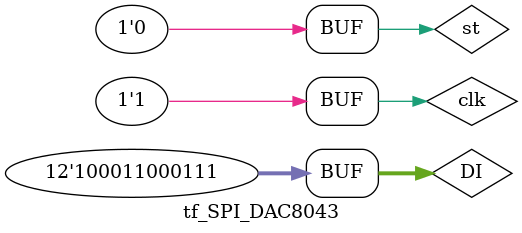
<source format=v>
`timescale 1ns / 1ps


module tf_SPI_DAC8043;

	// Inputs
	reg st;
	reg clk;
	reg [11:0] DI;

	// Outputs
	wire SDAT;
	wire SCLK;
	wire NLD;
	wire ce;
	wire [3:0] cb_bit;

	// Instantiate the Unit Under Test (UUT)
	SPI_DAC8043 uut (
		.SDAT(SDAT), 
		.st(st), 
		.SCLK(SCLK), 
		.clk(clk), 
		.DI(DI), 
		.NLD(NLD), 
		.ce(ce), 
		.cb_bit(cb_bit)
	);


parameter Tclk = 20;
always begin clk=0 ; #(Tclk/2) clk=1; #(Tclk/2) ; end

	initial begin
		// Initialize Inputs
		st = 0;
		clk = 0;
		DI = 0;

		// Wait 100 ns for global reset to finish
		#100;
        
		DI = 12'b100011000111;
		#20;
		st = 1;
		#20;
		st = 0;
		#2870;
		//st = 1;
		#20;
		st = 0;
		// Add stimulus here

	end
      
endmodule


</source>
